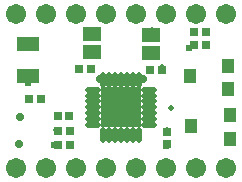
<source format=gts>
%FSLAX44Y44*%
%MOMM*%
G71*
G01*
G75*
G04 Layer_Color=8388736*
%ADD10C,0.2540*%
%ADD11C,1.0000*%
%ADD12R,1.4000X1.1000*%
%ADD13R,1.7000X1.1000*%
%ADD14R,0.5000X0.6000*%
%ADD15R,0.6000X0.5000*%
%ADD16O,1.1500X0.3000*%
%ADD17O,0.3000X1.1500*%
%ADD18R,3.1500X3.1500*%
%ADD19R,0.9000X1.0000*%
%ADD20R,0.9000X1.1000*%
%ADD21C,0.4000*%
%ADD22C,0.3000*%
%ADD23C,1.5000*%
%ADD24C,0.3000*%
%ADD25C,0.4000*%
%ADD26C,0.5000*%
%ADD27C,0.6000*%
%ADD28C,0.6600*%
%ADD29R,6.5500X4.6000*%
%ADD30C,0.2500*%
%ADD31C,0.1000*%
%ADD32C,0.2000*%
%ADD33C,0.1500*%
%ADD34R,1.6032X1.3032*%
%ADD35R,1.9032X1.3032*%
%ADD36R,0.7032X0.8032*%
%ADD37R,0.8032X0.7032*%
%ADD38O,1.3532X0.5032*%
%ADD39O,0.5032X1.3532*%
%ADD40R,3.3532X3.3532*%
%ADD41R,1.1032X1.2032*%
%ADD42R,1.1032X1.3032*%
%ADD43C,1.7032*%
%ADD44C,0.5032*%
%ADD45C,0.6032*%
%ADD46C,0.7032*%
%ADD47C,0.8032*%
D34*
X124750Y109500D02*
D03*
Y124500D02*
D03*
X74750Y110250D02*
D03*
Y125250D02*
D03*
D35*
X20250Y90250D02*
D03*
Y117250D02*
D03*
D36*
X138000Y42500D02*
D03*
Y32500D02*
D03*
D37*
X21250Y70500D02*
D03*
X31250D02*
D03*
X161000Y115750D02*
D03*
X171000D02*
D03*
X46000Y31000D02*
D03*
X56000D02*
D03*
Y43000D02*
D03*
X46000D02*
D03*
X55750Y56000D02*
D03*
X45750D02*
D03*
X124250Y95250D02*
D03*
X134250D02*
D03*
X74250Y95500D02*
D03*
X64250D02*
D03*
X171250Y127500D02*
D03*
X161250D02*
D03*
D38*
X75748Y78312D02*
D03*
Y73312D02*
D03*
Y68312D02*
D03*
Y63312D02*
D03*
Y58312D02*
D03*
Y53312D02*
D03*
Y48312D02*
D03*
X122748D02*
D03*
Y53312D02*
D03*
Y58312D02*
D03*
Y63312D02*
D03*
Y68312D02*
D03*
Y73312D02*
D03*
Y78312D02*
D03*
D39*
X84248Y39812D02*
D03*
X89248D02*
D03*
X94248D02*
D03*
X99248D02*
D03*
X104248D02*
D03*
X109248D02*
D03*
X114248D02*
D03*
Y86812D02*
D03*
X109248D02*
D03*
X104248D02*
D03*
X99248D02*
D03*
X94248D02*
D03*
X89248D02*
D03*
X84248D02*
D03*
D40*
X99248Y63312D02*
D03*
D41*
X190256Y78844D02*
D03*
Y98656D02*
D03*
X191506Y56656D02*
D03*
Y36844D02*
D03*
D42*
X157744Y89512D02*
D03*
X158994Y47512D02*
D03*
D43*
X10348Y12282D02*
D03*
X35748D02*
D03*
X61148D02*
D03*
X86548D02*
D03*
X111948D02*
D03*
X137348D02*
D03*
X162748D02*
D03*
X188148D02*
D03*
Y142282D02*
D03*
X137348D02*
D03*
X111948D02*
D03*
X86548D02*
D03*
X61148D02*
D03*
X35748D02*
D03*
X10348D02*
D03*
X162748D02*
D03*
D44*
X126000Y63250D02*
D03*
X71500Y68250D02*
D03*
X142000Y63000D02*
D03*
X133768Y97662D02*
D03*
X160462Y89474D02*
D03*
X44018Y43912D02*
D03*
X138429Y44000D02*
D03*
D45*
X43000Y31000D02*
D03*
X64250Y95500D02*
D03*
X190256Y78844D02*
D03*
X192974Y36896D02*
D03*
X157018Y113912D02*
D03*
X21018Y83912D02*
D03*
X137348Y30652D02*
D03*
D46*
X117750Y87250D02*
D03*
X81268Y87162D02*
D03*
X13250Y32000D02*
D03*
X13500Y55500D02*
D03*
D47*
X73848Y126692D02*
D03*
X125918Y126692D02*
D03*
M02*

</source>
